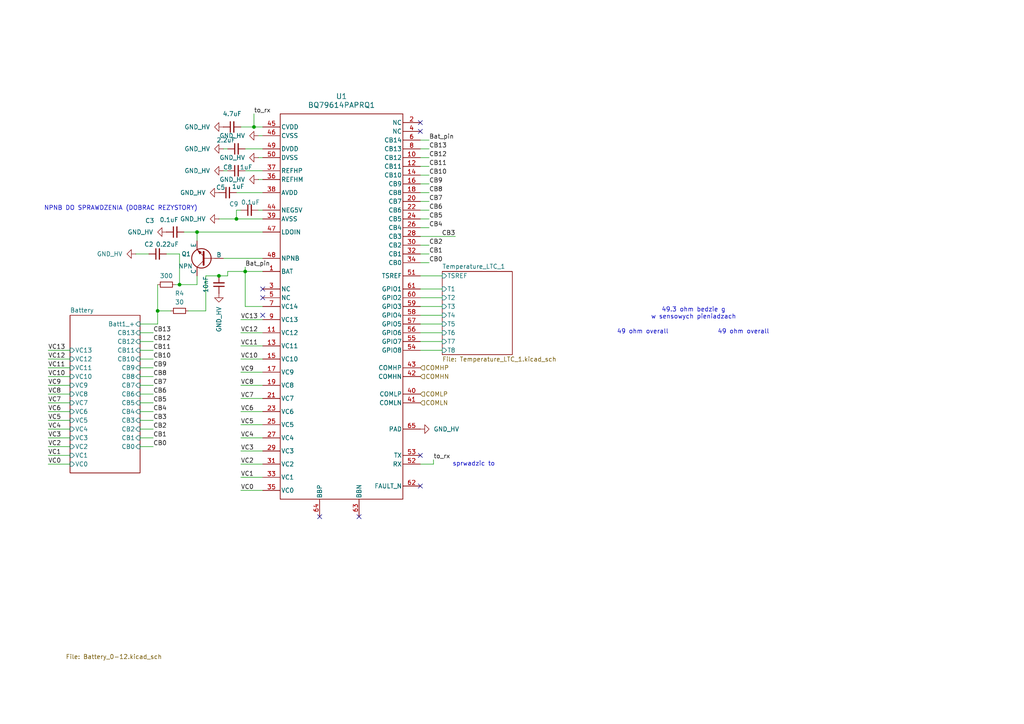
<source format=kicad_sch>
(kicad_sch (version 20231120) (generator "eeschema") (generator_version "8.0")
  (paper "A4")
  (lib_symbols
    (symbol "BQ79612PAPRQ1:BQ79616PAPRQ1" (pin_names (offset 0.254))
      (property "Reference" "U1" (at 0 60.96 0))
      (property "Value" "BQ79614PAPRQ1" (at 0 58.42 0))
      (symbol "BQ79616PAPRQ1_0_1"
        (polyline (pts (xy -17.78 -55.88) (xy 17.78 -55.88)) (stroke (width 0.2032)))
        (polyline (pts (xy -17.78 55.88) (xy -17.78 -55.88)) (stroke (width 0.2032)))
        (polyline (pts (xy 17.78 -55.88) (xy 17.78 55.88)) (stroke (width 0.2032)))
        (polyline (pts (xy 17.78 55.88) (xy -17.78 55.88)) (stroke (width 0.2032)))
        (pin bidirectional line (at 22.86 43.18 180) (length 5.08) (name "CB12") (number "10"))
        (pin input line (at -22.86 -7.62 0) (length 5.08) (name "VC12") (number "11"))
        (pin bidirectional line (at 22.86 40.64 180) (length 5.08) (name "CB11") (number "12"))
        (pin input line (at -22.86 -11.43 0) (length 5.08) (name "VC11") (number "13"))
        (pin bidirectional line (at 22.86 38.1 180) (length 5.08) (name "CB10") (number "14"))
        (pin input line (at -22.86 -15.24 0) (length 5.08) (name "VC10") (number "15"))
        (pin bidirectional line (at 22.86 35.56 180) (length 5.08) (name "CB9") (number "16"))
        (pin input line (at -22.86 -19.05 0) (length 5.08) (name "VC9") (number "17"))
        (pin bidirectional line (at 22.86 33.02 180) (length 5.08) (name "CB8") (number "18"))
        (pin input line (at -22.86 -22.86 0) (length 5.08) (name "VC8") (number "19"))
        (pin bidirectional line (at 22.86 30.48 180) (length 5.08) (name "CB7") (number "20"))
        (pin input line (at -22.86 -26.67 0) (length 5.08) (name "VC7") (number "21"))
        (pin bidirectional line (at 22.86 27.94 180) (length 5.08) (name "CB6") (number "22"))
        (pin input line (at -22.86 -30.48 0) (length 5.08) (name "VC6") (number "23"))
        (pin bidirectional line (at 22.86 25.4 180) (length 5.08) (name "CB5") (number "24"))
        (pin input line (at -22.86 -34.29 0) (length 5.08) (name "VC5") (number "25"))
        (pin bidirectional line (at 22.86 22.86 180) (length 5.08) (name "CB4") (number "26"))
        (pin input line (at -22.86 -38.1 0) (length 5.08) (name "VC4") (number "27"))
        (pin bidirectional line (at 22.86 20.32 180) (length 5.08) (name "CB3") (number "28"))
        (pin input line (at -22.86 -41.91 0) (length 5.08) (name "VC3") (number "29"))
        (pin bidirectional line (at 22.86 17.78 180) (length 5.08) (name "CB2") (number "30"))
        (pin input line (at -22.86 -45.72 0) (length 5.08) (name "VC2") (number "31"))
        (pin bidirectional line (at 22.86 15.24 180) (length 5.08) (name "CB1") (number "32"))
        (pin input line (at -22.86 -49.53 0) (length 5.08) (name "VC1") (number "33"))
        (pin bidirectional line (at 22.86 12.7 180) (length 5.08) (name "CB0") (number "34"))
        (pin input line (at -22.86 -53.34 0) (length 5.08) (name "VC0") (number "35"))
        (pin bidirectional line (at 22.86 -25.4 180) (length 5.08) (name "COMLP") (number "40"))
        (pin bidirectional line (at 22.86 -27.94 180) (length 5.08) (name "COMLN") (number "41"))
        (pin bidirectional line (at 22.86 -20.32 180) (length 5.08) (name "COMHN") (number "42"))
        (pin bidirectional line (at 22.86 -17.78 180) (length 5.08) (name "COMHP") (number "43"))
        (pin input line (at 22.86 -45.72 180) (length 5.08) (name "RX") (number "52"))
        (pin output line (at 22.86 -43.18 180) (length 5.08) (name "TX") (number "53"))
        (pin bidirectional line (at 22.86 -12.7 180) (length 5.08) (name "GPIO8") (number "54"))
        (pin bidirectional line (at 22.86 -10.16 180) (length 5.08) (name "GPIO7") (number "55"))
        (pin bidirectional line (at 22.86 -7.62 180) (length 5.08) (name "GPIO6") (number "56"))
        (pin bidirectional line (at 22.86 -5.08 180) (length 5.08) (name "GPIO5") (number "57"))
        (pin bidirectional line (at 22.86 -2.54 180) (length 5.08) (name "GPIO4") (number "58"))
        (pin bidirectional line (at 22.86 0 180) (length 5.08) (name "GPIO3") (number "59"))
        (pin bidirectional line (at 22.86 2.54 180) (length 5.08) (name "GPIO2") (number "60"))
        (pin bidirectional line (at 22.86 5.08 180) (length 5.08) (name "GPIO1") (number "61"))
        (pin output line (at 22.86 -52.07 180) (length 5.08) (name "FAULT_N") (number "62"))
        (pin input line (at 5.08 -60.96 90) (length 5.08) (name "BBN") (number "63"))
        (pin input line (at -6.35 -60.96 90) (length 5.08) (name "BBP") (number "64"))
        (pin unspecified line (at 22.86 -35.56 180) (length 5.08) (name "PAD") (number "65"))
      )
      (symbol "BQ79616PAPRQ1_1_1"
        (pin passive line (at -22.86 10.16 0) (length 5.08) (name "BAT") (number "1"))
        (pin bidirectional line (at 22.86 53.34 180) (length 5.08) (name "NC") (number "2"))
        (pin input line (at -22.86 5.08 0) (length 5.08) (name "NC") (number "3"))
        (pin passive line (at -22.86 36.83 0) (length 5.08) (name "REFHM") (number "36"))
        (pin passive line (at -22.86 39.37 0) (length 5.08) (name "REFHP") (number "37"))
        (pin passive line (at -22.86 33.02 0) (length 5.08) (name "AVDD") (number "38"))
        (pin passive line (at -22.86 25.4 0) (length 5.08) (name "AVSS") (number "39"))
        (pin bidirectional line (at 22.86 50.8 180) (length 5.08) (name "NC") (number "4"))
        (pin passive line (at -22.86 27.94 0) (length 5.08) (name "NEG5V") (number "44"))
        (pin passive line (at -22.86 52.07 0) (length 5.08) (name "CVDD") (number "45"))
        (pin passive line (at -22.86 49.53 0) (length 5.08) (name "CVSS") (number "46"))
        (pin passive line (at -22.86 21.59 0) (length 5.08) (name "LDOIN") (number "47"))
        (pin passive line (at -22.86 13.97 0) (length 5.08) (name "NPNB") (number "48"))
        (pin passive line (at -22.86 45.72 0) (length 5.08) (name "DVDD") (number "49"))
        (pin input line (at -22.86 2.54 0) (length 5.08) (name "NC") (number "5"))
        (pin passive line (at -22.86 43.18 0) (length 5.08) (name "DVSS") (number "50"))
        (pin passive line (at 22.86 8.89 180) (length 5.08) (name "TSREF") (number "51"))
        (pin bidirectional line (at 22.86 48.26 180) (length 5.08) (name "CB14") (number "6"))
        (pin input line (at -22.86 0 0) (length 5.08) (name "VC14") (number "7"))
        (pin bidirectional line (at 22.86 45.72 180) (length 5.08) (name "CB13") (number "8"))
        (pin input line (at -22.86 -3.81 0) (length 5.08) (name "VC13") (number "9"))
      )
    )
    (symbol "Device:C_Small" (pin_numbers hide) (pin_names (offset 0.254) hide)
      (property "Reference" "C" (at 0.254 1.778 0))
      (property "Value" "C_Small" (at 0.254 -2.032 0))
      (symbol "C_Small_0_1"
        (polyline (pts (xy -1.524 -0.508) (xy 1.524 -0.508)) (stroke (width 0.3302)))
        (polyline (pts (xy -1.524 0.508) (xy 1.524 0.508)) (stroke (width 0.3048)))
      )
      (symbol "C_Small_1_1"
        (pin passive line (at 0 2.54 270) (length 2.032) (name "~") (number "1"))
        (pin passive line (at 0 -2.54 90) (length 2.032) (name "~") (number "2"))
      )
    )
    (symbol "Device:R_Small" (pin_numbers hide) (pin_names (offset 0.254) hide)
      (property "Reference" "R" (at 0.762 0.508 0))
      (property "Value" "R_Small" (at 0.762 -1.016 0))
      (symbol "R_Small_0_1"
        (rectangle (start -0.762 1.778) (end 0.762 -1.778) (stroke (width 0.2032)))
      )
      (symbol "R_Small_1_1"
        (pin passive line (at 0 2.54 270) (length 0.762) (name "~") (number "1"))
        (pin passive line (at 0 -2.54 90) (length 0.762) (name "~") (number "2"))
      )
    )
    (symbol "GND_1" (power) (pin_numbers hide) (pin_names (offset 0) hide)
      (property "Value" "GND_HV" (at 0 -3.81 90))
      (symbol "GND_1_0_1"
        (polyline (pts (xy 0 0) (xy 0 -1.27) (xy 1.27 -1.27) (xy 0 -2.54) (xy -1.27 -1.27) (xy 0 -1.27)))
      )
      (symbol "GND_1_1_1"
        (pin passive line (at 0 0 270) (length 0) (name "~") (number "1"))
      )
    )
    (symbol "Simulation_SPICE:NPN" (pin_numbers hide) (pin_names (offset 0))
      (property "Reference" "Q" (at -2.54 7.62 0))
      (property "Value" "NPN" (at -2.54 5.08 0))
      (symbol "NPN_0_1"
        (polyline (pts (xy -2.54 0) (xy 0.635 0)) (stroke (width 0.1524)))
        (polyline (pts (xy 0.635 0.635) (xy 2.54 2.54)))
        (polyline (pts (xy 2.794 -1.27) (xy 2.794 -1.27)) (stroke (width 0.1524)))
        (polyline (pts (xy 2.794 -1.27) (xy 2.794 -1.27)) (stroke (width 0.1524)))
        (polyline (pts (xy 0.635 -0.635) (xy 2.54 -2.54) (xy 2.54 -2.54)))
        (polyline (pts (xy 0.635 1.905) (xy 0.635 -1.905) (xy 0.635 -1.905)) (stroke (width 0.508)))
        (polyline (pts (xy 1.27 -1.778) (xy 1.778 -1.27) (xy 2.286 -2.286) (xy 1.27 -1.778) (xy 1.27 -1.778)) (fill (type outline)))
        (circle (center 1.27 0) (radius 2.8194) (stroke (width 0.254)))
      )
      (symbol "NPN_1_1"
        (pin open_collector line (at 2.54 5.08 270) (length 2.54) (name "C") (number "1"))
        (pin input line (at -5.08 0 0) (length 2.54) (name "B") (number "2"))
        (pin open_emitter line (at 2.54 -5.08 90) (length 2.54) (name "E") (number "3"))
      )
    )
    (symbol "power:GND" (power) (pin_numbers hide) (pin_names (offset 0) hide)
      (property "Value" "GND" (at 0 -3.81 0))
      (symbol "GND_0_1"
        (polyline (pts (xy 0 0) (xy 0 -1.27) (xy 1.27 -1.27) (xy 0 -2.54) (xy -1.27 -1.27) (xy 0 -1.27)))
      )
      (symbol "GND_1_1"
        (pin power_in line (at 0 0 270) (length 0) (name "~") (number "1"))
      )
    )
  )
  (junction (at 57.15 67.31))
  (junction (at 68.58 63.5))
  (junction (at 71.12 78.74))
  (junction (at 73.66 36.83))
  (junction (at 63.5 80.01))
  (junction (at 45.72 90.17))
  (junction (at 52.07 82.55))
  (no_connect (at 76.2 83.82))
  (no_connect (at 92.71 149.86))
  (no_connect (at 104.14 149.86))
  (no_connect (at 76.2 86.36))
  (no_connect (at 76.2 91.44))
  (no_connect (at 121.92 140.97))
  (no_connect (at 121.92 38.1))
  (no_connect (at 121.92 132.08))
  (no_connect (at 121.92 35.56))
  (wire (pts (xy 13.97 132.08) (xy 20.32 132.08)))
  (wire (pts (xy 13.97 121.92) (xy 20.32 121.92)))
  (wire (pts (xy 13.97 114.3) (xy 20.32 114.3)))
  (wire (pts (xy 121.92 134.62) (xy 125.73 134.62)))
  (wire (pts (xy 57.15 67.31) (xy 76.2 67.31)))
  (wire (pts (xy 76.2 88.9) (xy 71.12 88.9)))
  (wire (pts (xy 121.92 91.44) (xy 128.27 91.44)))
  (wire (pts (xy 50.8 82.55) (xy 52.07 82.55)))
  (wire (pts (xy 71.12 77.47) (xy 71.12 78.74)))
  (wire (pts (xy 121.92 86.36) (xy 128.27 86.36)))
  (wire (pts (xy 121.92 58.42) (xy 124.46 58.42)))
  (wire (pts (xy 74.93 52.07) (xy 76.2 52.07)))
  (wire (pts (xy 74.93 39.37) (xy 76.2 39.37)))
  (wire (pts (xy 74.93 45.72) (xy 76.2 45.72)))
  (wire (pts (xy 71.12 78.74) (xy 76.2 78.74)))
  (wire (pts (xy 13.97 124.46) (xy 20.32 124.46)))
  (wire (pts (xy 68.58 55.88) (xy 76.2 55.88)))
  (wire (pts (xy 121.92 50.8) (xy 124.46 50.8)))
  (wire (pts (xy 74.93 60.96) (xy 76.2 60.96)))
  (wire (pts (xy 53.34 67.31) (xy 57.15 67.31)))
  (wire (pts (xy 57.15 80.01) (xy 57.15 82.55)))
  (wire (pts (xy 40.64 119.38) (xy 44.45 119.38)))
  (wire (pts (xy 57.15 82.55) (xy 52.07 82.55)))
  (wire (pts (xy 69.85 127) (xy 76.2 127)))
  (wire (pts (xy 121.92 66.04) (xy 124.46 66.04)))
  (wire (pts (xy 45.72 90.17) (xy 45.72 93.98)))
  (wire (pts (xy 40.64 104.14) (xy 44.45 104.14)))
  (wire (pts (xy 13.97 104.14) (xy 20.32 104.14)))
  (wire (pts (xy 59.69 80.01) (xy 63.5 80.01)))
  (wire (pts (xy 69.85 138.43) (xy 76.2 138.43)))
  (wire (pts (xy 121.92 76.2) (xy 124.46 76.2)))
  (wire (pts (xy 121.92 53.34) (xy 124.46 53.34)))
  (wire (pts (xy 69.85 134.62) (xy 76.2 134.62)))
  (wire (pts (xy 40.64 93.98) (xy 45.72 93.98)))
  (wire (pts (xy 49.53 90.17) (xy 45.72 90.17)))
  (wire (pts (xy 69.85 142.24) (xy 76.2 142.24)))
  (wire (pts (xy 69.85 104.14) (xy 76.2 104.14)))
  (wire (pts (xy 121.92 83.82) (xy 128.27 83.82)))
  (wire (pts (xy 13.97 111.76) (xy 20.32 111.76)))
  (wire (pts (xy 54.61 90.17) (xy 59.69 90.17)))
  (wire (pts (xy 40.64 116.84) (xy 44.45 116.84)))
  (wire (pts (xy 121.92 48.26) (xy 124.46 48.26)))
  (wire (pts (xy 59.69 90.17) (xy 59.69 80.01)))
  (wire (pts (xy 121.92 63.5) (xy 124.46 63.5)))
  (wire (pts (xy 68.58 60.96) (xy 69.85 60.96)))
  (wire (pts (xy 13.97 116.84) (xy 20.32 116.84)))
  (wire (pts (xy 40.64 99.06) (xy 44.45 99.06)))
  (wire (pts (xy 121.92 80.01) (xy 128.27 80.01)))
  (wire (pts (xy 69.85 123.19) (xy 76.2 123.19)))
  (wire (pts (xy 121.92 45.72) (xy 124.46 45.72)))
  (wire (pts (xy 121.92 43.18) (xy 124.46 43.18)))
  (wire (pts (xy 40.64 109.22) (xy 44.45 109.22)))
  (wire (pts (xy 69.85 36.83) (xy 73.66 36.83)))
  (wire (pts (xy 52.07 73.66) (xy 48.26 73.66)))
  (wire (pts (xy 40.64 129.54) (xy 44.45 129.54)))
  (wire (pts (xy 68.58 63.5) (xy 76.2 63.5)))
  (wire (pts (xy 121.92 40.64) (xy 124.46 40.64)))
  (wire (pts (xy 40.64 111.76) (xy 44.45 111.76)))
  (wire (pts (xy 121.92 60.96) (xy 124.46 60.96)))
  (wire (pts (xy 13.97 129.54) (xy 20.32 129.54)))
  (wire (pts (xy 40.64 127) (xy 44.45 127)))
  (wire (pts (xy 121.92 96.52) (xy 128.27 96.52)))
  (wire (pts (xy 71.12 43.18) (xy 76.2 43.18)))
  (wire (pts (xy 69.85 100.33) (xy 76.2 100.33)))
  (wire (pts (xy 63.5 63.5) (xy 68.58 63.5)))
  (wire (pts (xy 71.12 88.9) (xy 71.12 78.74)))
  (wire (pts (xy 69.85 119.38) (xy 76.2 119.38)))
  (wire (pts (xy 121.92 73.66) (xy 124.46 73.66)))
  (wire (pts (xy 121.92 101.6) (xy 128.27 101.6)))
  (wire (pts (xy 121.92 55.88) (xy 124.46 55.88)))
  (wire (pts (xy 13.97 101.6) (xy 20.32 101.6)))
  (wire (pts (xy 13.97 119.38) (xy 20.32 119.38)))
  (wire (pts (xy 69.85 92.71) (xy 76.2 92.71)))
  (wire (pts (xy 13.97 134.62) (xy 20.32 134.62)))
  (wire (pts (xy 121.92 88.9) (xy 128.27 88.9)))
  (wire (pts (xy 66.04 43.18) (xy 64.77 43.18)))
  (wire (pts (xy 66.04 80.01) (xy 66.04 78.74)))
  (wire (pts (xy 40.64 114.3) (xy 44.45 114.3)))
  (wire (pts (xy 121.92 68.58) (xy 132.08 68.58)))
  (wire (pts (xy 69.85 111.76) (xy 76.2 111.76)))
  (wire (pts (xy 39.37 73.66) (xy 43.18 73.66)))
  (wire (pts (xy 73.66 36.83) (xy 76.2 36.83)))
  (wire (pts (xy 69.85 130.81) (xy 76.2 130.81)))
  (wire (pts (xy 13.97 109.22) (xy 20.32 109.22)))
  (wire (pts (xy 13.97 127) (xy 20.32 127)))
  (wire (pts (xy 40.64 96.52) (xy 44.45 96.52)))
  (wire (pts (xy 52.07 73.66) (xy 52.07 82.55)))
  (wire (pts (xy 40.64 121.92) (xy 44.45 121.92)))
  (wire (pts (xy 69.85 96.52) (xy 76.2 96.52)))
  (wire (pts (xy 71.12 49.53) (xy 76.2 49.53)))
  (wire (pts (xy 63.5 80.01) (xy 66.04 80.01)))
  (wire (pts (xy 68.58 60.96) (xy 68.58 63.5)))
  (wire (pts (xy 66.04 49.53) (xy 64.77 49.53)))
  (wire (pts (xy 69.85 107.95) (xy 76.2 107.95)))
  (wire (pts (xy 121.92 93.98) (xy 128.27 93.98)))
  (wire (pts (xy 40.64 101.6) (xy 44.45 101.6)))
  (wire (pts (xy 45.72 82.55) (xy 45.72 90.17)))
  (wire (pts (xy 57.15 67.31) (xy 57.15 69.85)))
  (wire (pts (xy 69.85 115.57) (xy 76.2 115.57)))
  (wire (pts (xy 40.64 124.46) (xy 44.45 124.46)))
  (wire (pts (xy 13.97 106.68) (xy 20.32 106.68)))
  (wire (pts (xy 121.92 99.06) (xy 128.27 99.06)))
  (wire (pts (xy 73.66 33.02) (xy 73.66 36.83)))
  (wire (pts (xy 64.77 74.93) (xy 76.2 74.93)))
  (wire (pts (xy 121.92 71.12) (xy 124.46 71.12)))
  (wire (pts (xy 125.73 133.35) (xy 125.73 134.62)))
  (wire (pts (xy 40.64 106.68) (xy 44.45 106.68)))
  (wire (pts (xy 66.04 78.74) (xy 71.12 78.74)))
  (text "49.3 ohm bedzie g\nw sensowych pieniadzach" (at 201.168 90.932 0) (effects (font (size 1.27 1.27))))
  (text "49 ohm overall\n" (at 215.646 96.266 0) (effects (font (size 1.27 1.27))))
  (text "sprwadzic to\n" (at 137.414 134.62 0) (effects (font (size 1.27 1.27))))
  (text "49 ohm overall\n" (at 186.436 96.266 0) (effects (font (size 1.27 1.27))))
  (text "NPNB DO SPRAWDZENIA (DOBRAC REZYSTORY)\n" (at 35.052 60.452 0) (effects (font (size 1.27 1.27))))
  (label "VC7" (at 13.97 116.84 0))
  (label "VC6" (at 13.97 119.38 0))
  (label "VC8" (at 13.97 114.3 0))
  (label "VC11" (at 69.85 100.33 0))
  (label "CB0" (at 44.45 129.54 0))
  (label "CB9" (at 44.45 106.68 0))
  (label "CB8" (at 124.46 55.88 0))
  (label "VC9" (at 69.85 107.95 0))
  (label "VC12" (at 69.85 96.52 0))
  (label "CB10" (at 44.45 104.14 0))
  (label "CB12" (at 44.45 99.06 0))
  (label "VC10" (at 69.85 104.14 0))
  (label "CB3" (at 44.45 121.92 0))
  (label "Bat_pin" (at 71.12 77.47 0))
  (label "CB6" (at 44.45 114.3 0))
  (label "VC5" (at 13.97 121.92 0))
  (label "VC12" (at 13.97 104.14 0))
  (label "VC1" (at 13.97 132.08 0))
  (label "VC8" (at 69.85 111.76 0))
  (label "VC4" (at 13.97 124.46 0))
  (label "CB3" (at 132.08 68.58 180))
  (label "CB7" (at 44.45 111.76 0))
  (label "VC13" (at 69.85 92.71 0))
  (label "CB4" (at 124.46 66.04 0))
  (label "VC2" (at 69.85 134.62 0))
  (label "CB5" (at 124.46 63.5 0))
  (label "CB13" (at 124.46 43.18 0))
  (label "CB12" (at 124.46 45.72 0))
  (label "VC7" (at 69.85 115.57 0))
  (label "VC3" (at 13.97 127 0))
  (label "Bat_pin" (at 124.46 40.64 0))
  (label "VC0" (at 69.85 142.24 0))
  (label "VC11" (at 13.97 106.68 0))
  (label "CB10" (at 124.46 50.8 0))
  (label "VC0" (at 13.97 134.62 0))
  (label "CB13" (at 44.45 96.52 0))
  (label "CB5" (at 44.45 116.84 0))
  (label "CB2" (at 44.45 124.46 0))
  (label "to_rx" (at 73.66 33.02 0))
  (label "CB8" (at 44.45 109.22 0))
  (label "CB4" (at 44.45 119.38 0))
  (label "VC13" (at 13.97 101.6 0))
  (label "VC9" (at 13.97 111.76 0))
  (label "CB1" (at 44.45 127 0))
  (label "VC10" (at 13.97 109.22 0))
  (label "CB6" (at 124.46 60.96 0))
  (label "VC4" (at 69.85 127 0))
  (label "CB11" (at 124.46 48.26 0))
  (label "CB9" (at 124.46 53.34 0))
  (label "VC2" (at 13.97 129.54 0))
  (label "VC3" (at 69.85 130.81 0))
  (label "to_rx" (at 125.73 133.35 0))
  (label "VC6" (at 69.85 119.38 0))
  (label "VC5" (at 69.85 123.19 0))
  (label "VC1" (at 69.85 138.43 0))
  (label "CB1" (at 124.46 73.66 0))
  (label "CB7" (at 124.46 58.42 0))
  (label "CB11" (at 44.45 101.6 0))
  (label "CB2" (at 124.46 71.12 0))
  (label "CB0" (at 124.46 76.2 0))
  (hierarchical_label "COMHN" (shape input) (at 121.92 109.22 0))
  (hierarchical_label "COMLP" (shape input) (at 121.92 114.3 0))
  (hierarchical_label "COMHP" (shape input) (at 121.92 106.68 0))
  (hierarchical_label "COMLN" (shape input) (at 121.92 116.84 0))
  (symbol (lib_id "Device:C_Small") (at 66.04 55.88 90) (unit 1)
    (property "Reference" "C5" (at 64.008 54.356 90))
    (property "Value" "1uF" (at 69.088 54.102 90))
    (property "Footprint" "Capacitor_SMD:C_0603_1608Metric_Pad1.08x0.95mm_HandSolder" (effects (hide yes)))
    (property "Datasheet" "https://www.mouser.pl/ProductDetail/TAIYO-YUDEN/EMK107B7105MA8T?qs=sGAEpiMZZMsh%252B1woXyUXj30ZYomYlxpXD%252BuSrqeE39U%3D" (effects (hide yes)))
    (property "Description" "Unpolarized capacitor, small symbol" (effects (hide yes)))
  )
  (symbol (lib_id "power:GND") (at 63.5 85.09 0) (unit 1)
    (property "Reference" "#PWR015" (effects (hide yes)))
    (property "Value" "GND_HV" (at 63.5 88.9 90) (effects (justify right)))
    (property "Description" "Power symbol creates a global label with name \"GND\" , ground" (effects (hide yes)))
  )
  (symbol (lib_id "power:GND") (at 74.93 45.72 270) (unit 1)
    (property "Reference" "#PWR020" (effects (hide yes)))
    (property "Value" "GND_HV" (at 71.12 45.72 90) (effects (justify right)))
    (property "Description" "Power symbol creates a global label with name \"GND\" , ground" (effects (hide yes)))
  )
  (symbol (lib_id "Device:R_Small") (at 48.26 82.55 90) (unit 1)
    (property "Reference" "R2" (effects (hide yes)))
    (property "Value" "300" (at 48.26 80.01 90))
    (property "Footprint" "Resistor_SMD:R_0603_1608Metric_Pad0.98x0.95mm_HandSolder" (effects (hide yes)))
    (property "Datasheet" "https://www.mouser.pl/ProductDetail/KOA-Speer/SG73P1JTTD3300F?qs=mxuPqPjQq7FehFO0eTUu%252BA%3D%3D" (effects (hide yes)))
    (property "Description" "Resistor, small symbol" (effects (hide yes)))
  )
  (symbol (lib_id "power:GND") (at 74.93 52.07 270) (unit 1)
    (property "Reference" "#PWR021" (effects (hide yes)))
    (property "Value" "GND_HV" (at 71.12 52.07 90) (effects (justify right)))
    (property "Description" "Power symbol creates a global label with name \"GND\" , ground" (effects (hide yes)))
  )
  (symbol (lib_id "power:GND") (at 64.77 49.53 270) (unit 1)
    (property "Reference" "#PWR018" (effects (hide yes)))
    (property "Value" "GND_HV" (at 60.96 49.53 90) (effects (justify right)))
    (property "Description" "Power symbol creates a global label with name \"GND\" , ground" (effects (hide yes)))
  )
  (symbol (lib_id "Device:C_Small") (at 72.39 60.96 90) (unit 1)
    (property "Reference" "C9" (at 67.818 59.182 90))
    (property "Value" "0.1uF" (at 72.644 58.674 90))
    (property "Footprint" "Capacitor_SMD:C_0603_1608Metric_Pad1.08x0.95mm_HandSolder" (effects (hide yes)))
    (property "Datasheet" "https://www.mouser.pl/ProductDetail/TAIYO-YUDEN/MAJCU168BB7104KTEA01?qs=ZcfC38r4PovJ4zMRJqa98Q%3D%3D" (effects (hide yes)))
    (property "Description" "Unpolarized capacitor, small symbol" (effects (hide yes)))
  )
  (symbol (lib_id "Device:C_Small") (at 50.8 67.31 90) (unit 1)
    (property "Reference" "C3" (at 43.434 64.008 90))
    (property "Value" "0.1uF" (at 49.022 63.754 90))
    (property "Footprint" "Capacitor_SMD:C_0603_1608Metric_Pad1.08x0.95mm_HandSolder" (effects (hide yes)))
    (property "Datasheet" "https://www.mouser.pl/ProductDetail/TAIYO-YUDEN/MAJCU168BB7104KTEA01?qs=ZcfC38r4PovJ4zMRJqa98Q%3D%3D" (effects (hide yes)))
    (property "Description" "Unpolarized capacitor, small symbol" (effects (hide yes)))
  )
  (symbol (lib_id "Device:C_Small") (at 67.31 36.83 90) (unit 1)
    (property "Reference" "C6" (effects (hide yes)))
    (property "Value" "4.7uF" (at 67.3163 33.02 90))
    (property "Footprint" "Capacitor_SMD:C_0603_1608Metric_Pad1.08x0.95mm_HandSolder" (effects (hide yes)))
    (property "Datasheet" "https://www.mouser.pl/ProductDetail/TAIYO-YUDEN/LMK107BJ475KA-T?qs=sGAEpiMZZMsh%252B1woXyUXj7c1PCWacDCMSnOdsacb7as%3D" (effects (hide yes)))
    (property "Description" "Unpolarized capacitor, small symbol" (effects (hide yes)))
  )
  (symbol (lib_id "Device:R_Small") (at 52.07 90.17 90) (unit 1)
    (property "Reference" "R4" (at 52.07 85.09 90))
    (property "Value" "30" (at 52.07 87.63 90))
    (property "Footprint" "Resistor_SMD:R_0603_1608Metric_Pad0.98x0.95mm_HandSolder" (effects (hide yes)))
    (property "Datasheet" "https://eu.mouser.com/ProductDetail/Vishay-Draloric/RCA060330R0JNEC?qs=sGAEpiMZZMvdGkrng054twq3eZrCFN89umdZ4CIYOns%3D" (effects (hide yes)))
    (property "Description" "Resistor, small symbol" (effects (hide yes)))
  )
  (symbol (lib_name "GND_1") (lib_id "power:GND") (at 63.5 63.5 270) (unit 1)
    (property "Reference" "#PWR014" (effects (hide yes)))
    (property "Value" "GND_HV" (at 59.69 63.5 90) (effects (justify right)))
    (property "Description" "Power symbol creates a global label with name \"GND\" , ground" (effects (hide yes)))
  )
  (symbol (lib_id "power:GND") (at 64.77 36.83 270) (unit 1)
    (property "Reference" "#PWR016" (effects (hide yes)))
    (property "Value" "GND_HV" (at 60.96 36.83 90) (effects (justify right)))
    (property "Description" "Power symbol creates a global label with name \"GND\" , ground" (effects (hide yes)))
  )
  (symbol (lib_id "Device:C_Small") (at 68.58 43.18 90) (unit 1)
    (property "Reference" "C7" (effects (hide yes)))
    (property "Value" "2.2uF" (at 65.532 40.64 90))
    (property "Footprint" "Capacitor_SMD:C_0603_1608Metric_Pad1.08x0.95mm_HandSolder" (effects (hide yes)))
    (property "Datasheet" "https://www.mouser.pl/ProductDetail/TAIYO-YUDEN/MLAST168AB5225MTNA01?qs=sGAEpiMZZMsh%252B1woXyUXj3XUfju0vRpj0D%252B%252Bxvl%252BBl4%3D" (effects (hide yes)))
    (property "Description" "Unpolarized capacitor, small symbol" (effects (hide yes)))
  )
  (symbol (lib_id "power:GND") (at 48.26 67.31 270) (unit 1)
    (property "Reference" "#PWR012" (effects (hide yes)))
    (property "Value" "GND_HV" (at 44.45 67.31 90) (effects (justify right)))
    (property "Description" "Power symbol creates a global label with name \"GND\" , ground" (effects (hide yes)))
  )
  (symbol (lib_id "Device:C_Small") (at 63.5 82.55 180) (unit 1)
    (property "Reference" "C4" (effects (hide yes)))
    (property "Value" "10nF" (at 59.69 82.5437 90))
    (property "Footprint" "Capacitor_SMD:C_0603_1608Metric_Pad1.08x0.95mm_HandSolder" (effects (hide yes)))
    (property "Datasheet" "https://www.mouser.pl/ProductDetail/TDK/CGA3E2X7R2A103K080AE?qs=nQSIdc08i%252BdU4%252BM6g9lEFQ%3D%3D" (effects (hide yes)))
    (property "Description" "Unpolarized capacitor, small symbol" (effects (hide yes)))
  )
  (symbol (lib_id "Simulation_SPICE:NPN") (at 59.69 74.93 180) (unit 1)
    (property "Reference" "Q1" (at 55.372 73.66 0) (effects (justify left)))
    (property "Value" "NPN" (at 55.88 77.216 0) (effects (justify left)))
    (property "Footprint" "Package_TO_SOT_SMD:SOT-223-3_TabPin2" (effects (hide yes)))
    (property "Datasheet" "https://eu.mouser.com/c/semiconductors/discrete-semiconductors/transistors/?collector-%20base%20voltage%20vcbo=100%20V&collector-%20emitter%20voltage%20vceo%20max=80%20V&mounting%20style=SMD%2FSMT&transistor%20polarity=NPN" (effects (hide yes)))
    (property "Description" "NPN" (effects (hide yes)))
    (property "opis" "NPN" (effects (hide yes)))
    (property "Sim.Type" "GUMMELPOON" (effects (hide yes)))
    (property "Sim.Pins" "1=C 2=B 3=E" (effects (hide yes)))
  )
  (symbol (lib_id "Device:C_Small") (at 68.58 49.53 90) (unit 1)
    (property "Reference" "C8" (at 66.04 48.514 90))
    (property "Value" "1uF" (at 71.374 48.514 90))
    (property "Footprint" "Capacitor_SMD:C_0603_1608Metric_Pad1.08x0.95mm_HandSolder" (effects (hide yes)))
    (property "Datasheet" "https://www.mouser.pl/ProductDetail/TAIYO-YUDEN/EMK107B7105MA8T?qs=sGAEpiMZZMsh%252B1woXyUXj30ZYomYlxpXD%252BuSrqeE39U%3D" (effects (hide yes)))
    (property "Description" "Unpolarized capacitor, small symbol" (effects (hide yes)))
  )
  (symbol (lib_id "power:GND") (at 64.77 43.18 270) (unit 1)
    (property "Reference" "#PWR017" (effects (hide yes)))
    (property "Value" "GND_HV" (at 60.96 43.18 90) (effects (justify right)))
    (property "Description" "Power symbol creates a global label with name \"GND\" , ground" (effects (hide yes)))
  )
  (symbol (lib_id "Device:C_Small") (at 45.72 73.66 90) (unit 1)
    (property "Reference" "C2" (at 43.18 70.866 90))
    (property "Value" "0.22uF" (at 48.514 70.866 90))
    (property "Footprint" "Capacitor_SMD:C_0603_1608Metric_Pad1.08x0.95mm_HandSolder" (effects (hide yes)))
    (property "Datasheet" "https://www.mouser.pl/ProductDetail/TAIYO-YUDEN/MBASH168SC7224KTCA01?qs=sGAEpiMZZMsh%252B1woXyUXj3XUfju0vRpj9f9rQngL7R4%3D" (effects (hide yes)))
    (property "Description" "Unpolarized capacitor, small symbol" (effects (hide yes)))
  )
  (symbol (lib_id "power:GND") (at 39.37 73.66 270) (unit 1)
    (property "Reference" "#PWR011" (effects (hide yes)))
    (property "Value" "GND_HV" (at 35.56 73.66 90) (effects (justify right)))
    (property "Description" "Power symbol creates a global label with name \"GND\" , ground" (effects (hide yes)))
  )
  (symbol (lib_id "BQ79612PAPRQ1:BQ79616PAPRQ1") (at 99.06 88.9 0) (unit 1)
    (property "Reference" "U1" (at 99.06 27.94 0) (effects (font (size 1.524 1.524))))
    (property "Value" "BQ79614PAPRQ1" (at 99.06 30.48 0) (effects (font (size 1.524 1.524))))
    (property "Footprint" "footrpint:BQ79614PAPRQ1" (effects (hide yes)))
    (property "Datasheet" "BQ79616PAPRQ1" (effects (hide yes)))
  )
  (symbol (lib_id "power:GND") (at 74.93 39.37 270) (unit 1)
    (property "Reference" "#PWR019" (effects (hide yes)))
    (property "Value" "GND_HV" (at 71.12 39.37 90) (effects (justify right)))
    (property "Description" "Power symbol creates a global label with name \"GND\" , ground" (effects (hide yes)))
  )
  (symbol (lib_id "power:GND") (at 121.92 124.46 90) (unit 1)
    (property "Reference" "#PWR022" (effects (hide yes)))
    (property "Value" "GND_HV" (at 125.73 124.46 90) (effects (justify right)))
    (property "Description" "Power symbol creates a global label with name \"GND\" , ground" (effects (hide yes)))
  )
  (symbol (lib_id "power:GND") (at 63.5 55.88 270) (unit 1)
    (property "Reference" "#PWR013" (effects (hide yes)))
    (property "Value" "GND_HV" (at 59.69 55.88 90) (effects (justify right)))
    (property "Description" "Power symbol creates a global label with name \"GND\" , ground" (effects (hide yes)))
  )
  (sheet (at 20.32 91.44) (size 20.32 45.72) (stroke (width 0.1524))
    (property "Sheetname" "Battery" (at 20.32 90.7284 0) (effects (justify left bottom)))
    (property "Sheetfile" "Battery_0-12.kicad_sch" (at 19.05 189.738 0) (effects (justify left top)))
    (pin "CB5" input (at 40.64 116.84 0))
    (pin "CB4" input (at 40.64 119.38 0))
    (pin "CB7" input (at 40.64 111.76 0))
    (pin "CB6" input (at 40.64 114.3 0))
    (pin "VC7" input (at 20.32 116.84 180))
    (pin "VC6" input (at 20.32 119.38 180))
    (pin "CB10" input (at 40.64 104.14 0))
    (pin "CB9" input (at 40.64 106.68 0))
    (pin "CB8" input (at 40.64 109.22 0))
    (pin "VC10" input (at 20.32 109.22 180))
    (pin "VC9" input (at 20.32 111.76 180))
    (pin "VC8" input (at 20.32 114.3 180))
    (pin "VC4" input (at 20.32 124.46 180))
    (pin "VC3" input (at 20.32 127 180))
    (pin "VC5" input (at 20.32 121.92 180))
    (pin "CB3" input (at 40.64 121.92 0))
    (pin "CB2" input (at 40.64 124.46 0))
    (pin "CB1" input (at 40.64 127 0))
    (pin "CB0" input (at 40.64 129.54 0))
    (pin "VC2" input (at 20.32 129.54 180))
    (pin "VC1" input (at 20.32 132.08 180))
    (pin "VC0" input (at 20.32 134.62 180))
    (pin "Batt1_+" input (at 40.64 93.98 0))
    (pin "CB13" input (at 40.64 96.52 0))
    (pin "CB12" input (at 40.64 99.06 0))
    (pin "VC12" input (at 20.32 104.14 180))
    (pin "VC13" input (at 20.32 101.6 180))
    (pin "CB11" input (at 40.64 101.6 0))
    (pin "VC11" input (at 20.32 106.68 180))
  )
  (sheet (at 128.27 78.74) (size 20.32 24.13) (stroke (width 0.1524))
    (property "Sheetname" "Temperature_LTC_1" (at 128.27 78.0284 0) (effects (justify left bottom)))
    (property "Sheetfile" "Temperature_LTC_1.kicad_sch" (at 128.27 103.4546 0) (effects (justify left top)))
    (pin "T1" input (at 128.27 83.82 180))
    (pin "TSREF" input (at 128.27 80.01 180))
    (pin "T2" input (at 128.27 86.36 180))
    (pin "T3" input (at 128.27 88.9 180))
    (pin "T4" input (at 128.27 91.44 180))
    (pin "T5" input (at 128.27 93.98 180))
    (pin "T8" input (at 128.27 101.6 180))
    (pin "T6" input (at 128.27 96.52 180))
    (pin "T7" input (at 128.27 99.06 180))
  )
)
</source>
